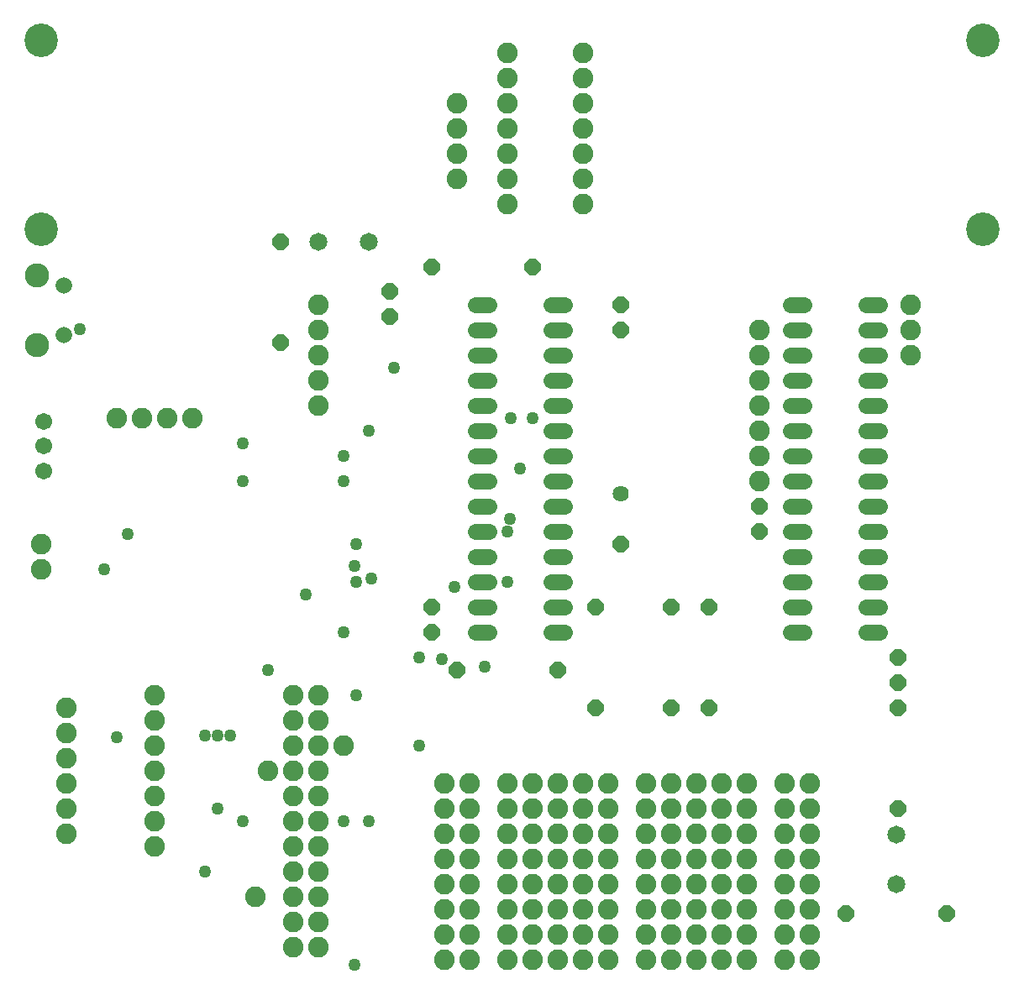
<source format=gbs>
G75*
%MOIN*%
%OFA0B0*%
%FSLAX25Y25*%
%IPPOS*%
%LPD*%
%AMOC8*
5,1,8,0,0,1.08239X$1,22.5*
%
%ADD10C,0.13300*%
%ADD11C,0.06400*%
%ADD12C,0.06546*%
%ADD13C,0.09658*%
%ADD14C,0.08200*%
%ADD15C,0.06743*%
%ADD16OC8,0.06400*%
%ADD17C,0.07137*%
%ADD18C,0.06400*%
%ADD19C,0.04965*%
D10*
X0101250Y0306800D03*
X0101250Y0381800D03*
X0474950Y0381800D03*
X0474950Y0306800D03*
D11*
X0434050Y0276800D02*
X0428450Y0276800D01*
X0428450Y0266800D02*
X0434050Y0266800D01*
X0434050Y0256800D02*
X0428450Y0256800D01*
X0428450Y0246800D02*
X0434050Y0246800D01*
X0434050Y0236800D02*
X0428450Y0236800D01*
X0428450Y0226800D02*
X0434050Y0226800D01*
X0434050Y0216800D02*
X0428450Y0216800D01*
X0428450Y0206800D02*
X0434050Y0206800D01*
X0434050Y0196800D02*
X0428450Y0196800D01*
X0428450Y0186800D02*
X0434050Y0186800D01*
X0434050Y0176800D02*
X0428450Y0176800D01*
X0428450Y0166800D02*
X0434050Y0166800D01*
X0434050Y0156800D02*
X0428450Y0156800D01*
X0428450Y0146800D02*
X0434050Y0146800D01*
X0404050Y0146800D02*
X0398450Y0146800D01*
X0398450Y0156800D02*
X0404050Y0156800D01*
X0404050Y0166800D02*
X0398450Y0166800D01*
X0398450Y0176800D02*
X0404050Y0176800D01*
X0404050Y0186800D02*
X0398450Y0186800D01*
X0398450Y0196800D02*
X0404050Y0196800D01*
X0404050Y0206800D02*
X0398450Y0206800D01*
X0398450Y0216800D02*
X0404050Y0216800D01*
X0404050Y0226800D02*
X0398450Y0226800D01*
X0398450Y0236800D02*
X0404050Y0236800D01*
X0404050Y0246800D02*
X0398450Y0246800D01*
X0398450Y0256800D02*
X0404050Y0256800D01*
X0404050Y0266800D02*
X0398450Y0266800D01*
X0398450Y0276800D02*
X0404050Y0276800D01*
X0309050Y0276800D02*
X0303450Y0276800D01*
X0303450Y0266800D02*
X0309050Y0266800D01*
X0309050Y0256800D02*
X0303450Y0256800D01*
X0303450Y0246800D02*
X0309050Y0246800D01*
X0309050Y0236800D02*
X0303450Y0236800D01*
X0303450Y0226800D02*
X0309050Y0226800D01*
X0309050Y0216800D02*
X0303450Y0216800D01*
X0303450Y0206800D02*
X0309050Y0206800D01*
X0309050Y0196800D02*
X0303450Y0196800D01*
X0303450Y0186800D02*
X0309050Y0186800D01*
X0309050Y0176800D02*
X0303450Y0176800D01*
X0303450Y0166800D02*
X0309050Y0166800D01*
X0309050Y0156800D02*
X0303450Y0156800D01*
X0303450Y0146800D02*
X0309050Y0146800D01*
X0279050Y0146800D02*
X0273450Y0146800D01*
X0273450Y0156800D02*
X0279050Y0156800D01*
X0279050Y0166800D02*
X0273450Y0166800D01*
X0273450Y0176800D02*
X0279050Y0176800D01*
X0279050Y0186800D02*
X0273450Y0186800D01*
X0273450Y0196800D02*
X0279050Y0196800D01*
X0279050Y0206800D02*
X0273450Y0206800D01*
X0273450Y0216800D02*
X0279050Y0216800D01*
X0279050Y0226800D02*
X0273450Y0226800D01*
X0273450Y0236800D02*
X0279050Y0236800D01*
X0279050Y0246800D02*
X0273450Y0246800D01*
X0273450Y0256800D02*
X0279050Y0256800D01*
X0279050Y0266800D02*
X0273450Y0266800D01*
X0273450Y0276800D02*
X0279050Y0276800D01*
D12*
X0110380Y0284643D03*
X0110380Y0264957D03*
D13*
X0099750Y0261020D03*
X0099750Y0288580D03*
D14*
X0111250Y0066800D03*
X0111250Y0076800D03*
X0111250Y0086800D03*
X0111250Y0096800D03*
X0111250Y0106800D03*
X0111250Y0116800D03*
X0146250Y0111800D03*
X0146250Y0121800D03*
X0146250Y0101800D03*
X0146250Y0091800D03*
X0146250Y0081800D03*
X0146250Y0071800D03*
X0146250Y0061800D03*
X0186250Y0041800D03*
X0201250Y0041800D03*
X0201250Y0051800D03*
X0211250Y0051800D03*
X0211250Y0041800D03*
X0211250Y0031800D03*
X0211250Y0021800D03*
X0201250Y0021800D03*
X0201250Y0031800D03*
X0201250Y0061800D03*
X0211250Y0061800D03*
X0211250Y0071800D03*
X0211250Y0081800D03*
X0201250Y0081800D03*
X0201250Y0071800D03*
X0201250Y0091800D03*
X0201250Y0101800D03*
X0211250Y0101800D03*
X0211250Y0091800D03*
X0221250Y0101800D03*
X0211250Y0111800D03*
X0211250Y0121800D03*
X0201250Y0121800D03*
X0201250Y0111800D03*
X0191250Y0091800D03*
X0261250Y0086800D03*
X0261250Y0076800D03*
X0271250Y0076800D03*
X0271250Y0086800D03*
X0286250Y0086800D03*
X0286250Y0076800D03*
X0296250Y0076800D03*
X0296250Y0086800D03*
X0306250Y0086800D03*
X0306250Y0076800D03*
X0316250Y0076800D03*
X0316250Y0086800D03*
X0326250Y0086800D03*
X0326250Y0076800D03*
X0326250Y0066800D03*
X0326250Y0056800D03*
X0316250Y0056800D03*
X0316250Y0066800D03*
X0306250Y0066800D03*
X0306250Y0056800D03*
X0296250Y0056800D03*
X0296250Y0066800D03*
X0286250Y0066800D03*
X0286250Y0056800D03*
X0286250Y0046800D03*
X0286250Y0036800D03*
X0296250Y0036800D03*
X0296250Y0046800D03*
X0306250Y0046800D03*
X0306250Y0036800D03*
X0316250Y0036800D03*
X0316250Y0046800D03*
X0326250Y0046800D03*
X0326250Y0036800D03*
X0326250Y0026800D03*
X0326250Y0016800D03*
X0316250Y0016800D03*
X0316250Y0026800D03*
X0306250Y0026800D03*
X0306250Y0016800D03*
X0296250Y0016800D03*
X0296250Y0026800D03*
X0286250Y0026800D03*
X0286250Y0016800D03*
X0271250Y0016800D03*
X0271250Y0026800D03*
X0261250Y0026800D03*
X0261250Y0016800D03*
X0261250Y0036800D03*
X0261250Y0046800D03*
X0271250Y0046800D03*
X0271250Y0036800D03*
X0271250Y0056800D03*
X0271250Y0066800D03*
X0261250Y0066800D03*
X0261250Y0056800D03*
X0341250Y0056800D03*
X0341250Y0066800D03*
X0351250Y0066800D03*
X0351250Y0056800D03*
X0351250Y0046800D03*
X0351250Y0036800D03*
X0341250Y0036800D03*
X0341250Y0046800D03*
X0341250Y0026800D03*
X0341250Y0016800D03*
X0351250Y0016800D03*
X0351250Y0026800D03*
X0361250Y0026800D03*
X0361250Y0016800D03*
X0371250Y0016800D03*
X0371250Y0026800D03*
X0381250Y0026800D03*
X0381250Y0016800D03*
X0396250Y0016800D03*
X0396250Y0026800D03*
X0406250Y0026800D03*
X0406250Y0016800D03*
X0406250Y0036800D03*
X0406250Y0046800D03*
X0396250Y0046800D03*
X0396250Y0036800D03*
X0381250Y0036800D03*
X0381250Y0046800D03*
X0371250Y0046800D03*
X0371250Y0036800D03*
X0361250Y0036800D03*
X0361250Y0046800D03*
X0361250Y0056800D03*
X0361250Y0066800D03*
X0371250Y0066800D03*
X0371250Y0056800D03*
X0381250Y0056800D03*
X0381250Y0066800D03*
X0381250Y0076800D03*
X0381250Y0086800D03*
X0371250Y0086800D03*
X0371250Y0076800D03*
X0361250Y0076800D03*
X0361250Y0086800D03*
X0351250Y0086800D03*
X0351250Y0076800D03*
X0341250Y0076800D03*
X0341250Y0086800D03*
X0396250Y0086800D03*
X0396250Y0076800D03*
X0406250Y0076800D03*
X0406250Y0086800D03*
X0406250Y0066800D03*
X0406250Y0056800D03*
X0396250Y0056800D03*
X0396250Y0066800D03*
X0386250Y0206800D03*
X0386250Y0216800D03*
X0386250Y0226800D03*
X0386250Y0236800D03*
X0386250Y0246800D03*
X0386250Y0256800D03*
X0386250Y0266800D03*
X0446250Y0266800D03*
X0446250Y0256800D03*
X0446250Y0276800D03*
X0316250Y0316800D03*
X0316250Y0326800D03*
X0316250Y0336800D03*
X0316250Y0346800D03*
X0316250Y0356800D03*
X0316250Y0366800D03*
X0316250Y0376800D03*
X0286250Y0376800D03*
X0286250Y0366800D03*
X0286250Y0356800D03*
X0286250Y0346800D03*
X0286250Y0336800D03*
X0286250Y0326800D03*
X0286250Y0316800D03*
X0266250Y0326800D03*
X0266250Y0336800D03*
X0266250Y0346800D03*
X0266250Y0356800D03*
X0211250Y0276800D03*
X0211250Y0266800D03*
X0211250Y0256800D03*
X0211250Y0246800D03*
X0211250Y0236800D03*
X0161250Y0231800D03*
X0151250Y0231800D03*
X0141250Y0231800D03*
X0131250Y0231800D03*
X0101250Y0181800D03*
X0101250Y0171800D03*
D15*
X0102250Y0210957D03*
X0102250Y0220800D03*
X0102250Y0230643D03*
D16*
X0196250Y0261800D03*
X0239750Y0272300D03*
X0239750Y0282300D03*
X0256250Y0291800D03*
X0296250Y0291800D03*
X0331250Y0276800D03*
X0331250Y0266800D03*
X0386250Y0196800D03*
X0386250Y0186800D03*
X0366250Y0156800D03*
X0351250Y0156800D03*
X0321250Y0156800D03*
X0331250Y0181800D03*
X0306250Y0131800D03*
X0321250Y0116800D03*
X0351250Y0116800D03*
X0366250Y0116800D03*
X0441250Y0116800D03*
X0441250Y0126800D03*
X0441250Y0136800D03*
X0441250Y0076800D03*
X0460750Y0035300D03*
X0420750Y0035300D03*
X0266250Y0131800D03*
X0256250Y0146800D03*
X0256250Y0156800D03*
X0196250Y0301800D03*
D17*
X0211407Y0301800D03*
X0231093Y0301800D03*
X0440750Y0066643D03*
X0440750Y0046957D03*
D18*
X0331250Y0201800D03*
D19*
X0291250Y0211800D03*
X0287750Y0231800D03*
X0296250Y0231800D03*
X0287250Y0191800D03*
X0286250Y0186800D03*
X0286250Y0166800D03*
X0265250Y0164800D03*
X0260250Y0136300D03*
X0251250Y0136800D03*
X0277250Y0133300D03*
X0251250Y0101800D03*
X0226250Y0121800D03*
X0221250Y0146800D03*
X0206250Y0161800D03*
X0226250Y0166800D03*
X0232250Y0168300D03*
X0225750Y0173300D03*
X0226250Y0181800D03*
X0221250Y0206800D03*
X0221250Y0216800D03*
X0231250Y0226800D03*
X0241250Y0251800D03*
X0181250Y0221800D03*
X0181250Y0206800D03*
X0135750Y0185800D03*
X0126250Y0171800D03*
X0191250Y0131800D03*
X0176250Y0105800D03*
X0171250Y0105800D03*
X0166250Y0105800D03*
X0171250Y0076800D03*
X0181250Y0071800D03*
X0166250Y0051800D03*
X0221250Y0071800D03*
X0231250Y0071800D03*
X0225750Y0014800D03*
X0131250Y0105300D03*
X0116750Y0267300D03*
M02*

</source>
